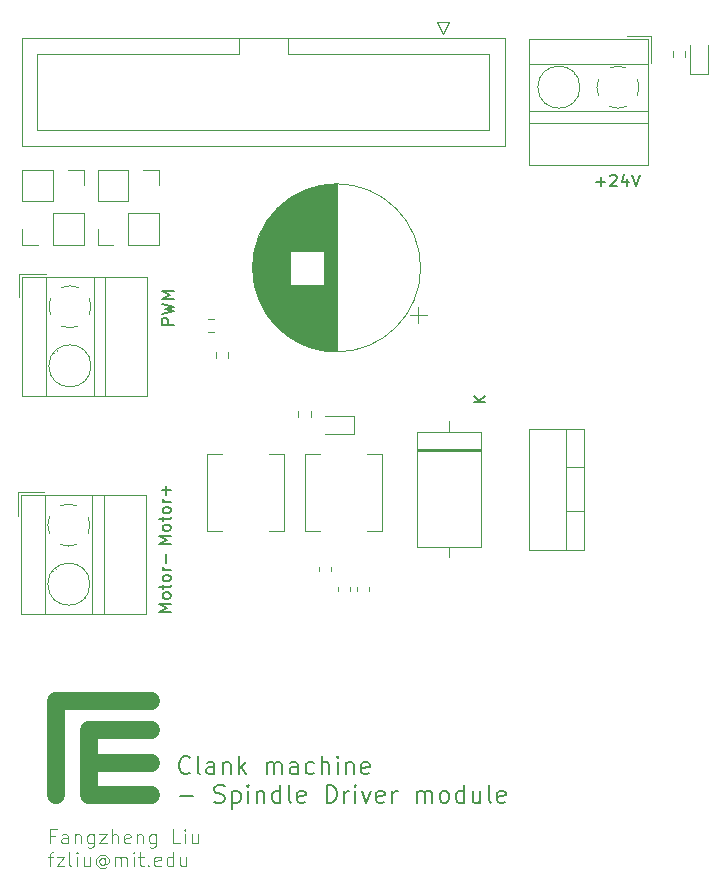
<source format=gbr>
%TF.GenerationSoftware,KiCad,Pcbnew,(6.0.0-0)*%
%TF.CreationDate,2023-01-16T12:55:46-05:00*%
%TF.ProjectId,Spindle_Driver,5370696e-646c-4655-9f44-72697665722e,rev?*%
%TF.SameCoordinates,Original*%
%TF.FileFunction,Legend,Top*%
%TF.FilePolarity,Positive*%
%FSLAX46Y46*%
G04 Gerber Fmt 4.6, Leading zero omitted, Abs format (unit mm)*
G04 Created by KiCad (PCBNEW (6.0.0-0)) date 2023-01-16 12:55:46*
%MOMM*%
%LPD*%
G01*
G04 APERTURE LIST*
%ADD10C,1.500000*%
%ADD11C,0.150000*%
%ADD12C,0.200000*%
%ADD13C,0.100000*%
%ADD14C,0.120000*%
G04 APERTURE END LIST*
D10*
X140000000Y-130000000D02*
X145250000Y-130000000D01*
X140000000Y-127250000D02*
X145250000Y-127250000D01*
X137250000Y-124750000D02*
X137250000Y-132750000D01*
X140000000Y-132750000D02*
X145250000Y-132750000D01*
X140000000Y-132750000D02*
X140000000Y-127250000D01*
X137250000Y-124750000D02*
X145250000Y-124750000D01*
D11*
X147202380Y-92904761D02*
X146202380Y-92904761D01*
X146202380Y-92523809D01*
X146250000Y-92428571D01*
X146297619Y-92380952D01*
X146392857Y-92333333D01*
X146535714Y-92333333D01*
X146630952Y-92380952D01*
X146678571Y-92428571D01*
X146726190Y-92523809D01*
X146726190Y-92904761D01*
X146202380Y-92000000D02*
X147202380Y-91761904D01*
X146488095Y-91571428D01*
X147202380Y-91380952D01*
X146202380Y-91142857D01*
X147202380Y-90761904D02*
X146202380Y-90761904D01*
X146916666Y-90428571D01*
X146202380Y-90095238D01*
X147202380Y-90095238D01*
D12*
X148594285Y-130828214D02*
X148522857Y-130899642D01*
X148308571Y-130971071D01*
X148165714Y-130971071D01*
X147951428Y-130899642D01*
X147808571Y-130756785D01*
X147737142Y-130613928D01*
X147665714Y-130328214D01*
X147665714Y-130113928D01*
X147737142Y-129828214D01*
X147808571Y-129685357D01*
X147951428Y-129542500D01*
X148165714Y-129471071D01*
X148308571Y-129471071D01*
X148522857Y-129542500D01*
X148594285Y-129613928D01*
X149451428Y-130971071D02*
X149308571Y-130899642D01*
X149237142Y-130756785D01*
X149237142Y-129471071D01*
X150665714Y-130971071D02*
X150665714Y-130185357D01*
X150594285Y-130042500D01*
X150451428Y-129971071D01*
X150165714Y-129971071D01*
X150022857Y-130042500D01*
X150665714Y-130899642D02*
X150522857Y-130971071D01*
X150165714Y-130971071D01*
X150022857Y-130899642D01*
X149951428Y-130756785D01*
X149951428Y-130613928D01*
X150022857Y-130471071D01*
X150165714Y-130399642D01*
X150522857Y-130399642D01*
X150665714Y-130328214D01*
X151380000Y-129971071D02*
X151380000Y-130971071D01*
X151380000Y-130113928D02*
X151451428Y-130042500D01*
X151594285Y-129971071D01*
X151808571Y-129971071D01*
X151951428Y-130042500D01*
X152022857Y-130185357D01*
X152022857Y-130971071D01*
X152737142Y-130971071D02*
X152737142Y-129471071D01*
X152880000Y-130399642D02*
X153308571Y-130971071D01*
X153308571Y-129971071D02*
X152737142Y-130542500D01*
X155094285Y-130971071D02*
X155094285Y-129971071D01*
X155094285Y-130113928D02*
X155165714Y-130042500D01*
X155308571Y-129971071D01*
X155522857Y-129971071D01*
X155665714Y-130042500D01*
X155737142Y-130185357D01*
X155737142Y-130971071D01*
X155737142Y-130185357D02*
X155808571Y-130042500D01*
X155951428Y-129971071D01*
X156165714Y-129971071D01*
X156308571Y-130042500D01*
X156380000Y-130185357D01*
X156380000Y-130971071D01*
X157737142Y-130971071D02*
X157737142Y-130185357D01*
X157665714Y-130042500D01*
X157522857Y-129971071D01*
X157237142Y-129971071D01*
X157094285Y-130042500D01*
X157737142Y-130899642D02*
X157594285Y-130971071D01*
X157237142Y-130971071D01*
X157094285Y-130899642D01*
X157022857Y-130756785D01*
X157022857Y-130613928D01*
X157094285Y-130471071D01*
X157237142Y-130399642D01*
X157594285Y-130399642D01*
X157737142Y-130328214D01*
X159094285Y-130899642D02*
X158951428Y-130971071D01*
X158665714Y-130971071D01*
X158522857Y-130899642D01*
X158451428Y-130828214D01*
X158380000Y-130685357D01*
X158380000Y-130256785D01*
X158451428Y-130113928D01*
X158522857Y-130042500D01*
X158665714Y-129971071D01*
X158951428Y-129971071D01*
X159094285Y-130042500D01*
X159737142Y-130971071D02*
X159737142Y-129471071D01*
X160380000Y-130971071D02*
X160380000Y-130185357D01*
X160308571Y-130042500D01*
X160165714Y-129971071D01*
X159951428Y-129971071D01*
X159808571Y-130042500D01*
X159737142Y-130113928D01*
X161094285Y-130971071D02*
X161094285Y-129971071D01*
X161094285Y-129471071D02*
X161022857Y-129542500D01*
X161094285Y-129613928D01*
X161165714Y-129542500D01*
X161094285Y-129471071D01*
X161094285Y-129613928D01*
X161808571Y-129971071D02*
X161808571Y-130971071D01*
X161808571Y-130113928D02*
X161880000Y-130042500D01*
X162022857Y-129971071D01*
X162237142Y-129971071D01*
X162380000Y-130042500D01*
X162451428Y-130185357D01*
X162451428Y-130971071D01*
X163737142Y-130899642D02*
X163594285Y-130971071D01*
X163308571Y-130971071D01*
X163165714Y-130899642D01*
X163094285Y-130756785D01*
X163094285Y-130185357D01*
X163165714Y-130042500D01*
X163308571Y-129971071D01*
X163594285Y-129971071D01*
X163737142Y-130042500D01*
X163808571Y-130185357D01*
X163808571Y-130328214D01*
X163094285Y-130471071D01*
X147737142Y-132814642D02*
X148880000Y-132814642D01*
X150665714Y-133314642D02*
X150880000Y-133386071D01*
X151237142Y-133386071D01*
X151380000Y-133314642D01*
X151451428Y-133243214D01*
X151522857Y-133100357D01*
X151522857Y-132957500D01*
X151451428Y-132814642D01*
X151380000Y-132743214D01*
X151237142Y-132671785D01*
X150951428Y-132600357D01*
X150808571Y-132528928D01*
X150737142Y-132457500D01*
X150665714Y-132314642D01*
X150665714Y-132171785D01*
X150737142Y-132028928D01*
X150808571Y-131957500D01*
X150951428Y-131886071D01*
X151308571Y-131886071D01*
X151522857Y-131957500D01*
X152165714Y-132386071D02*
X152165714Y-133886071D01*
X152165714Y-132457500D02*
X152308571Y-132386071D01*
X152594285Y-132386071D01*
X152737142Y-132457500D01*
X152808571Y-132528928D01*
X152880000Y-132671785D01*
X152880000Y-133100357D01*
X152808571Y-133243214D01*
X152737142Y-133314642D01*
X152594285Y-133386071D01*
X152308571Y-133386071D01*
X152165714Y-133314642D01*
X153522857Y-133386071D02*
X153522857Y-132386071D01*
X153522857Y-131886071D02*
X153451428Y-131957500D01*
X153522857Y-132028928D01*
X153594285Y-131957500D01*
X153522857Y-131886071D01*
X153522857Y-132028928D01*
X154237142Y-132386071D02*
X154237142Y-133386071D01*
X154237142Y-132528928D02*
X154308571Y-132457500D01*
X154451428Y-132386071D01*
X154665714Y-132386071D01*
X154808571Y-132457500D01*
X154880000Y-132600357D01*
X154880000Y-133386071D01*
X156237142Y-133386071D02*
X156237142Y-131886071D01*
X156237142Y-133314642D02*
X156094285Y-133386071D01*
X155808571Y-133386071D01*
X155665714Y-133314642D01*
X155594285Y-133243214D01*
X155522857Y-133100357D01*
X155522857Y-132671785D01*
X155594285Y-132528928D01*
X155665714Y-132457500D01*
X155808571Y-132386071D01*
X156094285Y-132386071D01*
X156237142Y-132457500D01*
X157165714Y-133386071D02*
X157022857Y-133314642D01*
X156951428Y-133171785D01*
X156951428Y-131886071D01*
X158308571Y-133314642D02*
X158165714Y-133386071D01*
X157880000Y-133386071D01*
X157737142Y-133314642D01*
X157665714Y-133171785D01*
X157665714Y-132600357D01*
X157737142Y-132457500D01*
X157880000Y-132386071D01*
X158165714Y-132386071D01*
X158308571Y-132457500D01*
X158380000Y-132600357D01*
X158380000Y-132743214D01*
X157665714Y-132886071D01*
X160165714Y-133386071D02*
X160165714Y-131886071D01*
X160522857Y-131886071D01*
X160737142Y-131957500D01*
X160880000Y-132100357D01*
X160951428Y-132243214D01*
X161022857Y-132528928D01*
X161022857Y-132743214D01*
X160951428Y-133028928D01*
X160880000Y-133171785D01*
X160737142Y-133314642D01*
X160522857Y-133386071D01*
X160165714Y-133386071D01*
X161665714Y-133386071D02*
X161665714Y-132386071D01*
X161665714Y-132671785D02*
X161737142Y-132528928D01*
X161808571Y-132457500D01*
X161951428Y-132386071D01*
X162094285Y-132386071D01*
X162594285Y-133386071D02*
X162594285Y-132386071D01*
X162594285Y-131886071D02*
X162522857Y-131957500D01*
X162594285Y-132028928D01*
X162665714Y-131957500D01*
X162594285Y-131886071D01*
X162594285Y-132028928D01*
X163165714Y-132386071D02*
X163522857Y-133386071D01*
X163880000Y-132386071D01*
X165022857Y-133314642D02*
X164880000Y-133386071D01*
X164594285Y-133386071D01*
X164451428Y-133314642D01*
X164380000Y-133171785D01*
X164380000Y-132600357D01*
X164451428Y-132457500D01*
X164594285Y-132386071D01*
X164880000Y-132386071D01*
X165022857Y-132457500D01*
X165094285Y-132600357D01*
X165094285Y-132743214D01*
X164380000Y-132886071D01*
X165737142Y-133386071D02*
X165737142Y-132386071D01*
X165737142Y-132671785D02*
X165808571Y-132528928D01*
X165880000Y-132457500D01*
X166022857Y-132386071D01*
X166165714Y-132386071D01*
X167808571Y-133386071D02*
X167808571Y-132386071D01*
X167808571Y-132528928D02*
X167880000Y-132457500D01*
X168022857Y-132386071D01*
X168237142Y-132386071D01*
X168380000Y-132457500D01*
X168451428Y-132600357D01*
X168451428Y-133386071D01*
X168451428Y-132600357D02*
X168522857Y-132457500D01*
X168665714Y-132386071D01*
X168880000Y-132386071D01*
X169022857Y-132457500D01*
X169094285Y-132600357D01*
X169094285Y-133386071D01*
X170022857Y-133386071D02*
X169880000Y-133314642D01*
X169808571Y-133243214D01*
X169737142Y-133100357D01*
X169737142Y-132671785D01*
X169808571Y-132528928D01*
X169880000Y-132457500D01*
X170022857Y-132386071D01*
X170237142Y-132386071D01*
X170380000Y-132457500D01*
X170451428Y-132528928D01*
X170522857Y-132671785D01*
X170522857Y-133100357D01*
X170451428Y-133243214D01*
X170380000Y-133314642D01*
X170237142Y-133386071D01*
X170022857Y-133386071D01*
X171808571Y-133386071D02*
X171808571Y-131886071D01*
X171808571Y-133314642D02*
X171665714Y-133386071D01*
X171380000Y-133386071D01*
X171237142Y-133314642D01*
X171165714Y-133243214D01*
X171094285Y-133100357D01*
X171094285Y-132671785D01*
X171165714Y-132528928D01*
X171237142Y-132457500D01*
X171380000Y-132386071D01*
X171665714Y-132386071D01*
X171808571Y-132457500D01*
X173165714Y-132386071D02*
X173165714Y-133386071D01*
X172522857Y-132386071D02*
X172522857Y-133171785D01*
X172594285Y-133314642D01*
X172737142Y-133386071D01*
X172951428Y-133386071D01*
X173094285Y-133314642D01*
X173165714Y-133243214D01*
X174094285Y-133386071D02*
X173951428Y-133314642D01*
X173880000Y-133171785D01*
X173880000Y-131886071D01*
X175237142Y-133314642D02*
X175094285Y-133386071D01*
X174808571Y-133386071D01*
X174665714Y-133314642D01*
X174594285Y-133171785D01*
X174594285Y-132600357D01*
X174665714Y-132457500D01*
X174808571Y-132386071D01*
X175094285Y-132386071D01*
X175237142Y-132457500D01*
X175308571Y-132600357D01*
X175308571Y-132743214D01*
X174594285Y-132886071D01*
D11*
X182988095Y-80821428D02*
X183750000Y-80821428D01*
X183369047Y-81202380D02*
X183369047Y-80440476D01*
X184178571Y-80297619D02*
X184226190Y-80250000D01*
X184321428Y-80202380D01*
X184559523Y-80202380D01*
X184654761Y-80250000D01*
X184702380Y-80297619D01*
X184750000Y-80392857D01*
X184750000Y-80488095D01*
X184702380Y-80630952D01*
X184130952Y-81202380D01*
X184750000Y-81202380D01*
X185607142Y-80535714D02*
X185607142Y-81202380D01*
X185369047Y-80154761D02*
X185130952Y-80869047D01*
X185750000Y-80869047D01*
X185988095Y-80202380D02*
X186321428Y-81202380D01*
X186654761Y-80202380D01*
D13*
X137125714Y-136198285D02*
X136725714Y-136198285D01*
X136725714Y-136826857D02*
X136725714Y-135626857D01*
X137297142Y-135626857D01*
X138268571Y-136826857D02*
X138268571Y-136198285D01*
X138211428Y-136084000D01*
X138097142Y-136026857D01*
X137868571Y-136026857D01*
X137754285Y-136084000D01*
X138268571Y-136769714D02*
X138154285Y-136826857D01*
X137868571Y-136826857D01*
X137754285Y-136769714D01*
X137697142Y-136655428D01*
X137697142Y-136541142D01*
X137754285Y-136426857D01*
X137868571Y-136369714D01*
X138154285Y-136369714D01*
X138268571Y-136312571D01*
X138840000Y-136026857D02*
X138840000Y-136826857D01*
X138840000Y-136141142D02*
X138897142Y-136084000D01*
X139011428Y-136026857D01*
X139182857Y-136026857D01*
X139297142Y-136084000D01*
X139354285Y-136198285D01*
X139354285Y-136826857D01*
X140440000Y-136026857D02*
X140440000Y-136998285D01*
X140382857Y-137112571D01*
X140325714Y-137169714D01*
X140211428Y-137226857D01*
X140040000Y-137226857D01*
X139925714Y-137169714D01*
X140440000Y-136769714D02*
X140325714Y-136826857D01*
X140097142Y-136826857D01*
X139982857Y-136769714D01*
X139925714Y-136712571D01*
X139868571Y-136598285D01*
X139868571Y-136255428D01*
X139925714Y-136141142D01*
X139982857Y-136084000D01*
X140097142Y-136026857D01*
X140325714Y-136026857D01*
X140440000Y-136084000D01*
X140897142Y-136026857D02*
X141525714Y-136026857D01*
X140897142Y-136826857D01*
X141525714Y-136826857D01*
X141982857Y-136826857D02*
X141982857Y-135626857D01*
X142497142Y-136826857D02*
X142497142Y-136198285D01*
X142440000Y-136084000D01*
X142325714Y-136026857D01*
X142154285Y-136026857D01*
X142040000Y-136084000D01*
X141982857Y-136141142D01*
X143525714Y-136769714D02*
X143411428Y-136826857D01*
X143182857Y-136826857D01*
X143068571Y-136769714D01*
X143011428Y-136655428D01*
X143011428Y-136198285D01*
X143068571Y-136084000D01*
X143182857Y-136026857D01*
X143411428Y-136026857D01*
X143525714Y-136084000D01*
X143582857Y-136198285D01*
X143582857Y-136312571D01*
X143011428Y-136426857D01*
X144097142Y-136026857D02*
X144097142Y-136826857D01*
X144097142Y-136141142D02*
X144154285Y-136084000D01*
X144268571Y-136026857D01*
X144440000Y-136026857D01*
X144554285Y-136084000D01*
X144611428Y-136198285D01*
X144611428Y-136826857D01*
X145697142Y-136026857D02*
X145697142Y-136998285D01*
X145640000Y-137112571D01*
X145582857Y-137169714D01*
X145468571Y-137226857D01*
X145297142Y-137226857D01*
X145182857Y-137169714D01*
X145697142Y-136769714D02*
X145582857Y-136826857D01*
X145354285Y-136826857D01*
X145240000Y-136769714D01*
X145182857Y-136712571D01*
X145125714Y-136598285D01*
X145125714Y-136255428D01*
X145182857Y-136141142D01*
X145240000Y-136084000D01*
X145354285Y-136026857D01*
X145582857Y-136026857D01*
X145697142Y-136084000D01*
X147754285Y-136826857D02*
X147182857Y-136826857D01*
X147182857Y-135626857D01*
X148154285Y-136826857D02*
X148154285Y-136026857D01*
X148154285Y-135626857D02*
X148097142Y-135684000D01*
X148154285Y-135741142D01*
X148211428Y-135684000D01*
X148154285Y-135626857D01*
X148154285Y-135741142D01*
X149240000Y-136026857D02*
X149240000Y-136826857D01*
X148725714Y-136026857D02*
X148725714Y-136655428D01*
X148782857Y-136769714D01*
X148897142Y-136826857D01*
X149068571Y-136826857D01*
X149182857Y-136769714D01*
X149240000Y-136712571D01*
X136554285Y-137958857D02*
X137011428Y-137958857D01*
X136725714Y-138758857D02*
X136725714Y-137730285D01*
X136782857Y-137616000D01*
X136897142Y-137558857D01*
X137011428Y-137558857D01*
X137297142Y-137958857D02*
X137925714Y-137958857D01*
X137297142Y-138758857D01*
X137925714Y-138758857D01*
X138554285Y-138758857D02*
X138440000Y-138701714D01*
X138382857Y-138587428D01*
X138382857Y-137558857D01*
X139011428Y-138758857D02*
X139011428Y-137958857D01*
X139011428Y-137558857D02*
X138954285Y-137616000D01*
X139011428Y-137673142D01*
X139068571Y-137616000D01*
X139011428Y-137558857D01*
X139011428Y-137673142D01*
X140097142Y-137958857D02*
X140097142Y-138758857D01*
X139582857Y-137958857D02*
X139582857Y-138587428D01*
X139640000Y-138701714D01*
X139754285Y-138758857D01*
X139925714Y-138758857D01*
X140040000Y-138701714D01*
X140097142Y-138644571D01*
X141411428Y-138187428D02*
X141354285Y-138130285D01*
X141240000Y-138073142D01*
X141125714Y-138073142D01*
X141011428Y-138130285D01*
X140954285Y-138187428D01*
X140897142Y-138301714D01*
X140897142Y-138416000D01*
X140954285Y-138530285D01*
X141011428Y-138587428D01*
X141125714Y-138644571D01*
X141240000Y-138644571D01*
X141354285Y-138587428D01*
X141411428Y-138530285D01*
X141411428Y-138073142D02*
X141411428Y-138530285D01*
X141468571Y-138587428D01*
X141525714Y-138587428D01*
X141640000Y-138530285D01*
X141697142Y-138416000D01*
X141697142Y-138130285D01*
X141582857Y-137958857D01*
X141411428Y-137844571D01*
X141182857Y-137787428D01*
X140954285Y-137844571D01*
X140782857Y-137958857D01*
X140668571Y-138130285D01*
X140611428Y-138358857D01*
X140668571Y-138587428D01*
X140782857Y-138758857D01*
X140954285Y-138873142D01*
X141182857Y-138930285D01*
X141411428Y-138873142D01*
X141582857Y-138758857D01*
X142211428Y-138758857D02*
X142211428Y-137958857D01*
X142211428Y-138073142D02*
X142268571Y-138016000D01*
X142382857Y-137958857D01*
X142554285Y-137958857D01*
X142668571Y-138016000D01*
X142725714Y-138130285D01*
X142725714Y-138758857D01*
X142725714Y-138130285D02*
X142782857Y-138016000D01*
X142897142Y-137958857D01*
X143068571Y-137958857D01*
X143182857Y-138016000D01*
X143240000Y-138130285D01*
X143240000Y-138758857D01*
X143811428Y-138758857D02*
X143811428Y-137958857D01*
X143811428Y-137558857D02*
X143754285Y-137616000D01*
X143811428Y-137673142D01*
X143868571Y-137616000D01*
X143811428Y-137558857D01*
X143811428Y-137673142D01*
X144211428Y-137958857D02*
X144668571Y-137958857D01*
X144382857Y-137558857D02*
X144382857Y-138587428D01*
X144440000Y-138701714D01*
X144554285Y-138758857D01*
X144668571Y-138758857D01*
X145068571Y-138644571D02*
X145125714Y-138701714D01*
X145068571Y-138758857D01*
X145011428Y-138701714D01*
X145068571Y-138644571D01*
X145068571Y-138758857D01*
X146097142Y-138701714D02*
X145982857Y-138758857D01*
X145754285Y-138758857D01*
X145640000Y-138701714D01*
X145582857Y-138587428D01*
X145582857Y-138130285D01*
X145640000Y-138016000D01*
X145754285Y-137958857D01*
X145982857Y-137958857D01*
X146097142Y-138016000D01*
X146154285Y-138130285D01*
X146154285Y-138244571D01*
X145582857Y-138358857D01*
X147182857Y-138758857D02*
X147182857Y-137558857D01*
X147182857Y-138701714D02*
X147068571Y-138758857D01*
X146840000Y-138758857D01*
X146725714Y-138701714D01*
X146668571Y-138644571D01*
X146611428Y-138530285D01*
X146611428Y-138187428D01*
X146668571Y-138073142D01*
X146725714Y-138016000D01*
X146840000Y-137958857D01*
X147068571Y-137958857D01*
X147182857Y-138016000D01*
X148268571Y-137958857D02*
X148268571Y-138758857D01*
X147754285Y-137958857D02*
X147754285Y-138587428D01*
X147811428Y-138701714D01*
X147925714Y-138758857D01*
X148097142Y-138758857D01*
X148211428Y-138701714D01*
X148268571Y-138644571D01*
D11*
X146952380Y-111452380D02*
X145952380Y-111452380D01*
X146666666Y-111119047D01*
X145952380Y-110785714D01*
X146952380Y-110785714D01*
X146952380Y-110166666D02*
X146904761Y-110261904D01*
X146857142Y-110309523D01*
X146761904Y-110357142D01*
X146476190Y-110357142D01*
X146380952Y-110309523D01*
X146333333Y-110261904D01*
X146285714Y-110166666D01*
X146285714Y-110023809D01*
X146333333Y-109928571D01*
X146380952Y-109880952D01*
X146476190Y-109833333D01*
X146761904Y-109833333D01*
X146857142Y-109880952D01*
X146904761Y-109928571D01*
X146952380Y-110023809D01*
X146952380Y-110166666D01*
X146285714Y-109547619D02*
X146285714Y-109166666D01*
X145952380Y-109404761D02*
X146809523Y-109404761D01*
X146904761Y-109357142D01*
X146952380Y-109261904D01*
X146952380Y-109166666D01*
X146952380Y-108690476D02*
X146904761Y-108785714D01*
X146857142Y-108833333D01*
X146761904Y-108880952D01*
X146476190Y-108880952D01*
X146380952Y-108833333D01*
X146333333Y-108785714D01*
X146285714Y-108690476D01*
X146285714Y-108547619D01*
X146333333Y-108452380D01*
X146380952Y-108404761D01*
X146476190Y-108357142D01*
X146761904Y-108357142D01*
X146857142Y-108404761D01*
X146904761Y-108452380D01*
X146952380Y-108547619D01*
X146952380Y-108690476D01*
X146952380Y-107928571D02*
X146285714Y-107928571D01*
X146476190Y-107928571D02*
X146380952Y-107880952D01*
X146333333Y-107833333D01*
X146285714Y-107738095D01*
X146285714Y-107642857D01*
X146571428Y-107309523D02*
X146571428Y-106547619D01*
X146952380Y-106928571D02*
X146190476Y-106928571D01*
X146952380Y-117202380D02*
X145952380Y-117202380D01*
X146666666Y-116869047D01*
X145952380Y-116535714D01*
X146952380Y-116535714D01*
X146952380Y-115916666D02*
X146904761Y-116011904D01*
X146857142Y-116059523D01*
X146761904Y-116107142D01*
X146476190Y-116107142D01*
X146380952Y-116059523D01*
X146333333Y-116011904D01*
X146285714Y-115916666D01*
X146285714Y-115773809D01*
X146333333Y-115678571D01*
X146380952Y-115630952D01*
X146476190Y-115583333D01*
X146761904Y-115583333D01*
X146857142Y-115630952D01*
X146904761Y-115678571D01*
X146952380Y-115773809D01*
X146952380Y-115916666D01*
X146285714Y-115297619D02*
X146285714Y-114916666D01*
X145952380Y-115154761D02*
X146809523Y-115154761D01*
X146904761Y-115107142D01*
X146952380Y-115011904D01*
X146952380Y-114916666D01*
X146952380Y-114440476D02*
X146904761Y-114535714D01*
X146857142Y-114583333D01*
X146761904Y-114630952D01*
X146476190Y-114630952D01*
X146380952Y-114583333D01*
X146333333Y-114535714D01*
X146285714Y-114440476D01*
X146285714Y-114297619D01*
X146333333Y-114202380D01*
X146380952Y-114154761D01*
X146476190Y-114107142D01*
X146761904Y-114107142D01*
X146857142Y-114154761D01*
X146904761Y-114202380D01*
X146952380Y-114297619D01*
X146952380Y-114440476D01*
X146952380Y-113678571D02*
X146285714Y-113678571D01*
X146476190Y-113678571D02*
X146380952Y-113630952D01*
X146333333Y-113583333D01*
X146285714Y-113488095D01*
X146285714Y-113392857D01*
X146571428Y-113059523D02*
X146571428Y-112297619D01*
%TO.C,D1*%
X173597380Y-99481904D02*
X172597380Y-99481904D01*
X173597380Y-98910476D02*
X173025952Y-99339047D01*
X172597380Y-98910476D02*
X173168809Y-99481904D01*
D14*
%TO.C,D3*%
X192435000Y-71660000D02*
X192435000Y-69200000D01*
X190965000Y-71660000D02*
X192435000Y-71660000D01*
X190965000Y-69200000D02*
X190965000Y-71660000D01*
%TO.C,C1*%
X155359000Y-92406000D02*
X155359000Y-83794000D01*
X160159000Y-95131000D02*
X160159000Y-81069000D01*
X155959000Y-93090000D02*
X155959000Y-83110000D01*
X157279000Y-86660000D02*
X157279000Y-82069000D01*
X155119000Y-92075000D02*
X155119000Y-84125000D01*
X158839000Y-94845000D02*
X158839000Y-89540000D01*
X159279000Y-86660000D02*
X159279000Y-81230000D01*
X157399000Y-94203000D02*
X157399000Y-89540000D01*
X154239000Y-90296000D02*
X154239000Y-85904000D01*
X160039000Y-95115000D02*
X160039000Y-81085000D01*
X158879000Y-86660000D02*
X158879000Y-81342000D01*
X159319000Y-86660000D02*
X159319000Y-81221000D01*
X154479000Y-90921000D02*
X154479000Y-85279000D01*
X159759000Y-95072000D02*
X159759000Y-89540000D01*
X157879000Y-86660000D02*
X157879000Y-81740000D01*
X159119000Y-94928000D02*
X159119000Y-89540000D01*
X159079000Y-86660000D02*
X159079000Y-81283000D01*
X158519000Y-86660000D02*
X158519000Y-81465000D01*
X158719000Y-86660000D02*
X158719000Y-81394000D01*
X159599000Y-95042000D02*
X159599000Y-89540000D01*
X160480000Y-95161000D02*
X160480000Y-81039000D01*
X158559000Y-86660000D02*
X158559000Y-81451000D01*
X159959000Y-95104000D02*
X159959000Y-81096000D01*
X158479000Y-86660000D02*
X158479000Y-81480000D01*
X155519000Y-92606000D02*
X155519000Y-83594000D01*
X155239000Y-92246000D02*
X155239000Y-83954000D01*
X158519000Y-94735000D02*
X158519000Y-89540000D01*
X154759000Y-91489000D02*
X154759000Y-84711000D01*
X156879000Y-93867000D02*
X156879000Y-82333000D01*
X158839000Y-86660000D02*
X158839000Y-81355000D01*
X158679000Y-86660000D02*
X158679000Y-81408000D01*
X155759000Y-92881000D02*
X155759000Y-83319000D01*
X156119000Y-93245000D02*
X156119000Y-82955000D01*
X157919000Y-94480000D02*
X157919000Y-89540000D01*
X160640000Y-95171000D02*
X160640000Y-81029000D01*
X159199000Y-94949000D02*
X159199000Y-89540000D01*
X157079000Y-86660000D02*
X157079000Y-82196000D01*
X156279000Y-93391000D02*
X156279000Y-82809000D01*
X154599000Y-91180000D02*
X154599000Y-85020000D01*
X158359000Y-86660000D02*
X158359000Y-81527000D01*
X159159000Y-86660000D02*
X159159000Y-81261000D01*
X154879000Y-91699000D02*
X154879000Y-84501000D01*
X154199000Y-90171000D02*
X154199000Y-86029000D01*
X159639000Y-95049000D02*
X159639000Y-89540000D01*
X153999000Y-89362000D02*
X153999000Y-86838000D01*
X160800000Y-95178000D02*
X160800000Y-81022000D01*
X159239000Y-94960000D02*
X159239000Y-89540000D01*
X158759000Y-86660000D02*
X158759000Y-81381000D01*
X157599000Y-86660000D02*
X157599000Y-81884000D01*
X155719000Y-92837000D02*
X155719000Y-83363000D01*
X158279000Y-94640000D02*
X158279000Y-89540000D01*
X157199000Y-94082000D02*
X157199000Y-89540000D01*
X154799000Y-91561000D02*
X154799000Y-84639000D01*
X157879000Y-94460000D02*
X157879000Y-89540000D01*
X158559000Y-94749000D02*
X158559000Y-89540000D01*
X155079000Y-92016000D02*
X155079000Y-84184000D01*
X157559000Y-86660000D02*
X157559000Y-81906000D01*
X158399000Y-94689000D02*
X158399000Y-89540000D01*
X159039000Y-86660000D02*
X159039000Y-81295000D01*
X156559000Y-93627000D02*
X156559000Y-82573000D01*
X154559000Y-91097000D02*
X154559000Y-85103000D01*
X159239000Y-86660000D02*
X159239000Y-81240000D01*
X158679000Y-94792000D02*
X158679000Y-89540000D01*
X153959000Y-89125000D02*
X153959000Y-87075000D01*
X159879000Y-86660000D02*
X159879000Y-81108000D01*
X157079000Y-94004000D02*
X157079000Y-89540000D01*
X156039000Y-93169000D02*
X156039000Y-83031000D01*
X159679000Y-86660000D02*
X159679000Y-81143000D01*
X159879000Y-95092000D02*
X159879000Y-89540000D01*
X154959000Y-91830000D02*
X154959000Y-84370000D01*
X154079000Y-89736000D02*
X154079000Y-86464000D01*
X168619543Y-92095000D02*
X167219543Y-92095000D01*
X155679000Y-92793000D02*
X155679000Y-83407000D01*
X159559000Y-86660000D02*
X159559000Y-81167000D01*
X158639000Y-86660000D02*
X158639000Y-81422000D01*
X155559000Y-92654000D02*
X155559000Y-83546000D01*
X160320000Y-95148000D02*
X160320000Y-81052000D01*
X157599000Y-94316000D02*
X157599000Y-89540000D01*
X159359000Y-94989000D02*
X159359000Y-89540000D01*
X157239000Y-86660000D02*
X157239000Y-82093000D01*
X160440000Y-95158000D02*
X160440000Y-81042000D01*
X160720000Y-95175000D02*
X160720000Y-81025000D01*
X157559000Y-94294000D02*
X157559000Y-89540000D01*
X159479000Y-95016000D02*
X159479000Y-89540000D01*
X159759000Y-86660000D02*
X159759000Y-81128000D01*
X157159000Y-86660000D02*
X157159000Y-82144000D01*
X160760000Y-95176000D02*
X160760000Y-81024000D01*
X160600000Y-95169000D02*
X160600000Y-81031000D01*
X155799000Y-92924000D02*
X155799000Y-83276000D01*
X157439000Y-94227000D02*
X157439000Y-89540000D01*
X156079000Y-93207000D02*
X156079000Y-82993000D01*
X160360000Y-95152000D02*
X160360000Y-81048000D01*
X157519000Y-94272000D02*
X157519000Y-89540000D01*
X158239000Y-94624000D02*
X158239000Y-89540000D01*
X154279000Y-90413000D02*
X154279000Y-85787000D01*
X156759000Y-93780000D02*
X156759000Y-82420000D01*
X160840000Y-95179000D02*
X160840000Y-81021000D01*
X160680000Y-95173000D02*
X160680000Y-81027000D01*
X157959000Y-94499000D02*
X157959000Y-89540000D01*
X158199000Y-94607000D02*
X158199000Y-89540000D01*
X156319000Y-93426000D02*
X156319000Y-82774000D01*
X157959000Y-86660000D02*
X157959000Y-81701000D01*
X154999000Y-91894000D02*
X154999000Y-84306000D01*
X158039000Y-86660000D02*
X158039000Y-81664000D01*
X157839000Y-86660000D02*
X157839000Y-81759000D01*
X157239000Y-94107000D02*
X157239000Y-89540000D01*
X159679000Y-95057000D02*
X159679000Y-89540000D01*
X155199000Y-92190000D02*
X155199000Y-84010000D01*
X160079000Y-95121000D02*
X160079000Y-81079000D01*
X154319000Y-90525000D02*
X154319000Y-85675000D01*
X159599000Y-86660000D02*
X159599000Y-81158000D01*
X157799000Y-86660000D02*
X157799000Y-81779000D01*
X156839000Y-93839000D02*
X156839000Y-82361000D01*
X158919000Y-86660000D02*
X158919000Y-81330000D01*
X158959000Y-86660000D02*
X158959000Y-81318000D01*
X158319000Y-86660000D02*
X158319000Y-81543000D01*
X159359000Y-86660000D02*
X159359000Y-81211000D01*
X158079000Y-86660000D02*
X158079000Y-81646000D01*
X157439000Y-86660000D02*
X157439000Y-81973000D01*
X155599000Y-92701000D02*
X155599000Y-83499000D01*
X154519000Y-91011000D02*
X154519000Y-85189000D01*
X158319000Y-94657000D02*
X158319000Y-89540000D01*
X157839000Y-94441000D02*
X157839000Y-89540000D01*
X157319000Y-94156000D02*
X157319000Y-89540000D01*
X158599000Y-94764000D02*
X158599000Y-89540000D01*
X160560000Y-95167000D02*
X160560000Y-81033000D01*
X155879000Y-93008000D02*
X155879000Y-83192000D01*
X156399000Y-93495000D02*
X156399000Y-82705000D01*
X157919000Y-86660000D02*
X157919000Y-81720000D01*
X160199000Y-95135000D02*
X160199000Y-81065000D01*
X155399000Y-92458000D02*
X155399000Y-83742000D01*
X159199000Y-86660000D02*
X159199000Y-81251000D01*
X159439000Y-95007000D02*
X159439000Y-89540000D01*
X159719000Y-86660000D02*
X159719000Y-81136000D01*
X154039000Y-89561000D02*
X154039000Y-86639000D01*
X158799000Y-94832000D02*
X158799000Y-89540000D01*
X158199000Y-86660000D02*
X158199000Y-81593000D01*
X158879000Y-94858000D02*
X158879000Y-89540000D01*
X157119000Y-94030000D02*
X157119000Y-89540000D01*
X157639000Y-86660000D02*
X157639000Y-81862000D01*
X158079000Y-94554000D02*
X158079000Y-89540000D01*
X161000000Y-95180000D02*
X161000000Y-81020000D01*
X154159000Y-90038000D02*
X154159000Y-86162000D01*
X158999000Y-86660000D02*
X158999000Y-81306000D01*
X158719000Y-94806000D02*
X158719000Y-89540000D01*
X156599000Y-93658000D02*
X156599000Y-82542000D01*
X159119000Y-86660000D02*
X159119000Y-81272000D01*
X156679000Y-93720000D02*
X156679000Y-82480000D01*
X160400000Y-95155000D02*
X160400000Y-81045000D01*
X154719000Y-91415000D02*
X154719000Y-84785000D01*
X158439000Y-94704000D02*
X158439000Y-89540000D01*
X159719000Y-95064000D02*
X159719000Y-89540000D01*
X156719000Y-93750000D02*
X156719000Y-82450000D01*
X157799000Y-94421000D02*
X157799000Y-89540000D01*
X155999000Y-93129000D02*
X155999000Y-83071000D01*
X158439000Y-86660000D02*
X158439000Y-81496000D01*
X158639000Y-94778000D02*
X158639000Y-89540000D01*
X157999000Y-86660000D02*
X157999000Y-81682000D01*
X155279000Y-92300000D02*
X155279000Y-83900000D01*
X158799000Y-86660000D02*
X158799000Y-81368000D01*
X159159000Y-94939000D02*
X159159000Y-89540000D01*
X160520000Y-95164000D02*
X160520000Y-81036000D01*
X160880000Y-95179000D02*
X160880000Y-81021000D01*
X159919000Y-86660000D02*
X159919000Y-81102000D01*
X156439000Y-93529000D02*
X156439000Y-82671000D01*
X156519000Y-93594000D02*
X156519000Y-82606000D01*
X157999000Y-94518000D02*
X157999000Y-89540000D01*
X157719000Y-86660000D02*
X157719000Y-81820000D01*
X156239000Y-93355000D02*
X156239000Y-82845000D01*
X158919000Y-94870000D02*
X158919000Y-89540000D01*
X158239000Y-86660000D02*
X158239000Y-81576000D01*
X157759000Y-86660000D02*
X157759000Y-81799000D01*
X157119000Y-86660000D02*
X157119000Y-82170000D01*
X154919000Y-91766000D02*
X154919000Y-84434000D01*
X156639000Y-93689000D02*
X156639000Y-82511000D01*
X154839000Y-91631000D02*
X154839000Y-84569000D01*
X158359000Y-94673000D02*
X158359000Y-89540000D01*
X155479000Y-92558000D02*
X155479000Y-83642000D01*
X158479000Y-94720000D02*
X158479000Y-89540000D01*
X157319000Y-86660000D02*
X157319000Y-82044000D01*
X156959000Y-93923000D02*
X156959000Y-82277000D01*
X156999000Y-93951000D02*
X156999000Y-82249000D01*
X157039000Y-93978000D02*
X157039000Y-82222000D01*
X158039000Y-94536000D02*
X158039000Y-89540000D01*
X157359000Y-94180000D02*
X157359000Y-89540000D01*
X158279000Y-86660000D02*
X158279000Y-81560000D01*
X159399000Y-94998000D02*
X159399000Y-89540000D01*
X155839000Y-92966000D02*
X155839000Y-83234000D01*
X160279000Y-95144000D02*
X160279000Y-81056000D01*
X154439000Y-90828000D02*
X154439000Y-85372000D01*
X158159000Y-86660000D02*
X158159000Y-81610000D01*
X157199000Y-86660000D02*
X157199000Y-82118000D01*
X155919000Y-93049000D02*
X155919000Y-83151000D01*
X155159000Y-92133000D02*
X155159000Y-84067000D01*
X157359000Y-86660000D02*
X157359000Y-82020000D01*
X159839000Y-95085000D02*
X159839000Y-89540000D01*
X159519000Y-95025000D02*
X159519000Y-89540000D01*
X158759000Y-94819000D02*
X158759000Y-89540000D01*
X159799000Y-95079000D02*
X159799000Y-89540000D01*
X159559000Y-95033000D02*
X159559000Y-89540000D01*
X156359000Y-93461000D02*
X156359000Y-82739000D01*
X167919543Y-92795000D02*
X167919543Y-91395000D01*
X157159000Y-94056000D02*
X157159000Y-89540000D01*
X159519000Y-86660000D02*
X159519000Y-81175000D01*
X156919000Y-93896000D02*
X156919000Y-82304000D01*
X155319000Y-92354000D02*
X155319000Y-83846000D01*
X158999000Y-94894000D02*
X158999000Y-89540000D01*
X154119000Y-89894000D02*
X154119000Y-86306000D01*
X155039000Y-91956000D02*
X155039000Y-84244000D01*
X160920000Y-95180000D02*
X160920000Y-81020000D01*
X155639000Y-92747000D02*
X155639000Y-83453000D01*
X159839000Y-86660000D02*
X159839000Y-81115000D01*
X154679000Y-91340000D02*
X154679000Y-84860000D01*
X157279000Y-94131000D02*
X157279000Y-89540000D01*
X154399000Y-90732000D02*
X154399000Y-85468000D01*
X157759000Y-94401000D02*
X157759000Y-89540000D01*
X157479000Y-86660000D02*
X157479000Y-81950000D01*
X160119000Y-95126000D02*
X160119000Y-81074000D01*
X159919000Y-95098000D02*
X159919000Y-89540000D01*
X156159000Y-93282000D02*
X156159000Y-82918000D01*
X159039000Y-94905000D02*
X159039000Y-89540000D01*
X157519000Y-86660000D02*
X157519000Y-81928000D01*
X156199000Y-93319000D02*
X156199000Y-82881000D01*
X158159000Y-94590000D02*
X158159000Y-89540000D01*
X159079000Y-94917000D02*
X159079000Y-89540000D01*
X157479000Y-94250000D02*
X157479000Y-89540000D01*
X158959000Y-94882000D02*
X158959000Y-89540000D01*
X160239000Y-95140000D02*
X160239000Y-81060000D01*
X156479000Y-93562000D02*
X156479000Y-82638000D01*
X157679000Y-86660000D02*
X157679000Y-81841000D01*
X158119000Y-94572000D02*
X158119000Y-89540000D01*
X157399000Y-86660000D02*
X157399000Y-81997000D01*
X158599000Y-86660000D02*
X158599000Y-81436000D01*
X159319000Y-94979000D02*
X159319000Y-89540000D01*
X154359000Y-90630000D02*
X154359000Y-85570000D01*
X159279000Y-94970000D02*
X159279000Y-89540000D01*
X159439000Y-86660000D02*
X159439000Y-81193000D01*
X159639000Y-86660000D02*
X159639000Y-81151000D01*
X154639000Y-91261000D02*
X154639000Y-84939000D01*
X158119000Y-86660000D02*
X158119000Y-81628000D01*
X156799000Y-93810000D02*
X156799000Y-82390000D01*
X155439000Y-92508000D02*
X155439000Y-83692000D01*
X158399000Y-86660000D02*
X158399000Y-81511000D01*
X157719000Y-94380000D02*
X157719000Y-89540000D01*
X159799000Y-86660000D02*
X159799000Y-81121000D01*
X157679000Y-94359000D02*
X157679000Y-89540000D01*
X157639000Y-94338000D02*
X157639000Y-89540000D01*
X159479000Y-86660000D02*
X159479000Y-81184000D01*
X160960000Y-95180000D02*
X160960000Y-81020000D01*
X159999000Y-95110000D02*
X159999000Y-81090000D01*
X159399000Y-86660000D02*
X159399000Y-81202000D01*
X153919000Y-88814000D02*
X153919000Y-87386000D01*
X168120000Y-88100000D02*
G75*
G03*
X168120000Y-88100000I-7120000J0D01*
G01*
%TO.C,L2*%
X158350000Y-110350000D02*
X159600000Y-110350000D01*
X163600000Y-103850000D02*
X164850000Y-103850000D01*
X164850000Y-103850000D02*
X164850000Y-110350000D01*
X164850000Y-110350000D02*
X163600000Y-110350000D01*
X159600000Y-103850000D02*
X158350000Y-103850000D01*
X158350000Y-103850000D02*
X158350000Y-110350000D01*
%TO.C,J5*%
X143380000Y-82440000D02*
X140780000Y-82440000D01*
X145980000Y-79780000D02*
X145980000Y-81110000D01*
X140780000Y-79780000D02*
X140780000Y-82440000D01*
X143380000Y-79780000D02*
X143380000Y-82440000D01*
X144650000Y-79780000D02*
X145980000Y-79780000D01*
X143380000Y-79780000D02*
X140780000Y-79780000D01*
%TO.C,L1*%
X151300000Y-103850000D02*
X150050000Y-103850000D01*
X155300000Y-103850000D02*
X156550000Y-103850000D01*
X150050000Y-103850000D02*
X150050000Y-110350000D01*
X150050000Y-110350000D02*
X151300000Y-110350000D01*
X156550000Y-110350000D02*
X155300000Y-110350000D01*
X156550000Y-103850000D02*
X156550000Y-110350000D01*
%TO.C,J4*%
X134270000Y-107320000D02*
X134270000Y-117440000D01*
X139463000Y-116230000D02*
X139413000Y-116181000D01*
X141330000Y-107320000D02*
X141330000Y-117440000D01*
X134030000Y-107080000D02*
X134030000Y-109080000D01*
X144890000Y-117440000D02*
X134270000Y-117440000D01*
X137005000Y-113772000D02*
X136980000Y-113748000D01*
X136270000Y-107080000D02*
X134030000Y-107080000D01*
X140330000Y-107320000D02*
X140330000Y-117440000D01*
X144890000Y-107320000D02*
X134270000Y-107320000D01*
X137247000Y-113580000D02*
X137197000Y-113530000D01*
X136330000Y-107320000D02*
X136330000Y-117440000D01*
X139680000Y-116013000D02*
X139656000Y-115988000D01*
X144890000Y-107320000D02*
X144890000Y-117440000D01*
X136550000Y-109880000D02*
G75*
G03*
X136691501Y-110575501I1780002J0D01*
G01*
X139969000Y-110576000D02*
G75*
G03*
X139969206Y-109184484I-1638995J696001D01*
G01*
X137634000Y-111519000D02*
G75*
G03*
X139025516Y-111519206I696001J1638995D01*
G01*
X136691000Y-109184000D02*
G75*
G03*
X136549610Y-109910814I1638986J-695998D01*
G01*
X139026000Y-108241000D02*
G75*
G03*
X137634484Y-108240794I-696001J-1638995D01*
G01*
X140110000Y-114880000D02*
G75*
G03*
X140110000Y-114880000I-1780000J0D01*
G01*
%TO.C,J9*%
X135725000Y-86130000D02*
X134395000Y-86130000D01*
X136995000Y-86130000D02*
X136995000Y-83470000D01*
X134395000Y-86130000D02*
X134395000Y-84800000D01*
X136995000Y-86130000D02*
X139595000Y-86130000D01*
X139595000Y-86130000D02*
X139595000Y-83470000D01*
X136995000Y-83470000D02*
X139595000Y-83470000D01*
%TO.C,C4*%
X162110000Y-115153733D02*
X162110000Y-115446267D01*
X161090000Y-115153733D02*
X161090000Y-115446267D01*
%TO.C,J6*%
X140770000Y-86130000D02*
X140770000Y-84800000D01*
X145970000Y-86130000D02*
X145970000Y-83470000D01*
X143370000Y-86130000D02*
X145970000Y-86130000D01*
X143370000Y-86130000D02*
X143370000Y-83470000D01*
X142100000Y-86130000D02*
X140770000Y-86130000D01*
X143370000Y-83470000D02*
X145970000Y-83470000D01*
%TO.C,R2*%
X150145276Y-92467500D02*
X150654724Y-92467500D01*
X150145276Y-93512500D02*
X150654724Y-93512500D01*
%TO.C,J3*%
X134365000Y-88840000D02*
X134365000Y-98960000D01*
X134125000Y-88600000D02*
X134125000Y-90600000D01*
X141425000Y-88840000D02*
X141425000Y-98960000D01*
X137342000Y-95100000D02*
X137292000Y-95050000D01*
X144985000Y-98960000D02*
X134365000Y-98960000D01*
X136425000Y-88840000D02*
X136425000Y-98960000D01*
X144985000Y-88840000D02*
X134365000Y-88840000D01*
X136365000Y-88600000D02*
X134125000Y-88600000D01*
X139558000Y-97750000D02*
X139508000Y-97701000D01*
X140425000Y-88840000D02*
X140425000Y-98960000D01*
X139775000Y-97533000D02*
X139751000Y-97508000D01*
X144985000Y-88840000D02*
X144985000Y-98960000D01*
X137100000Y-95292000D02*
X137075000Y-95268000D01*
X139121000Y-89761000D02*
G75*
G03*
X137729484Y-89760794I-696001J-1638995D01*
G01*
X136645000Y-91400000D02*
G75*
G03*
X136786501Y-92095501I1780002J0D01*
G01*
X137729000Y-93039000D02*
G75*
G03*
X139120516Y-93039206I696001J1638995D01*
G01*
X140064000Y-92096000D02*
G75*
G03*
X140064206Y-90704484I-1638995J696001D01*
G01*
X136786000Y-90704000D02*
G75*
G03*
X136644610Y-91430814I1638986J-695998D01*
G01*
X140205000Y-96400000D02*
G75*
G03*
X140205000Y-96400000I-1780000J0D01*
G01*
%TO.C,D2*%
X162445000Y-100675000D02*
X159985000Y-100675000D01*
X159985000Y-102145000D02*
X162445000Y-102145000D01*
X162445000Y-102145000D02*
X162445000Y-100675000D01*
%TO.C,R1*%
X157777500Y-100754724D02*
X157777500Y-100245276D01*
X158822500Y-100754724D02*
X158822500Y-100245276D01*
%TO.C,J7*%
X137005000Y-79780000D02*
X137005000Y-82440000D01*
X137005000Y-79780000D02*
X134405000Y-79780000D01*
X137005000Y-82440000D02*
X134405000Y-82440000D01*
X138275000Y-79780000D02*
X139605000Y-79780000D01*
X139605000Y-79780000D02*
X139605000Y-81110000D01*
X134405000Y-79780000D02*
X134405000Y-82440000D01*
%TO.C,D1*%
X173265000Y-103395000D02*
X167825000Y-103395000D01*
X167825000Y-111710000D02*
X173265000Y-111710000D01*
X173265000Y-101970000D02*
X167825000Y-101970000D01*
X173265000Y-111710000D02*
X173265000Y-101970000D01*
X173265000Y-103515000D02*
X167825000Y-103515000D01*
X170545000Y-101060000D02*
X170545000Y-101970000D01*
X167825000Y-101970000D02*
X167825000Y-111710000D01*
X170545000Y-112620000D02*
X170545000Y-111710000D01*
X173265000Y-103635000D02*
X167825000Y-103635000D01*
%TO.C,Q1*%
X181970000Y-101720000D02*
X181970000Y-111960000D01*
X180460000Y-101720000D02*
X180460000Y-111960000D01*
X181970000Y-111960000D02*
X177329000Y-111960000D01*
X177329000Y-101720000D02*
X177329000Y-111960000D01*
X181970000Y-101720000D02*
X177329000Y-101720000D01*
X181970000Y-108691000D02*
X180460000Y-108691000D01*
X181970000Y-104990000D02*
X180460000Y-104990000D01*
%TO.C,R3*%
X151827500Y-95754724D02*
X151827500Y-95245276D01*
X150782500Y-95754724D02*
X150782500Y-95245276D01*
%TO.C,J8*%
X175250000Y-68657500D02*
X175250000Y-77777500D01*
X173950000Y-69967500D02*
X173950000Y-76467500D01*
X175250000Y-77777500D02*
X134350000Y-77777500D01*
X170040000Y-68267500D02*
X170540000Y-67267500D01*
X156850000Y-68657500D02*
X156850000Y-69967500D01*
X152750000Y-69967500D02*
X152750000Y-68657500D01*
X156850000Y-69967500D02*
X173950000Y-69967500D01*
X134350000Y-68657500D02*
X175250000Y-68657500D01*
X152750000Y-69967500D02*
X152750000Y-69967500D01*
X173950000Y-76467500D02*
X135650000Y-76467500D01*
X169540000Y-67267500D02*
X170040000Y-68267500D01*
X135650000Y-69967500D02*
X152750000Y-69967500D01*
X134350000Y-77777500D02*
X134350000Y-68657500D01*
X170540000Y-67267500D02*
X169540000Y-67267500D01*
X135650000Y-76467500D02*
X135650000Y-69967500D01*
%TO.C,C2*%
X162690000Y-115153733D02*
X162690000Y-115446267D01*
X163710000Y-115153733D02*
X163710000Y-115446267D01*
%TO.C,R4*%
X189477500Y-69745276D02*
X189477500Y-70254724D01*
X190522500Y-69745276D02*
X190522500Y-70254724D01*
%TO.C,C3*%
X160510000Y-113746267D02*
X160510000Y-113453733D01*
X159490000Y-113746267D02*
X159490000Y-113453733D01*
%TO.C,J1*%
X180933000Y-71475000D02*
X180957000Y-71450000D01*
X187625000Y-70740000D02*
X187625000Y-68500000D01*
X187385000Y-74800000D02*
X177265000Y-74800000D01*
X187385000Y-79360000D02*
X187385000Y-68740000D01*
X187385000Y-79360000D02*
X177265000Y-79360000D01*
X187385000Y-68740000D02*
X177265000Y-68740000D01*
X181125000Y-71717000D02*
X181175000Y-71667000D01*
X178475000Y-73933000D02*
X178524000Y-73883000D01*
X187385000Y-75800000D02*
X177265000Y-75800000D01*
X187625000Y-68500000D02*
X185625000Y-68500000D01*
X178692000Y-74150000D02*
X178717000Y-74126000D01*
X187385000Y-70800000D02*
X177265000Y-70800000D01*
X177265000Y-79360000D02*
X177265000Y-68740000D01*
X185521000Y-71161000D02*
G75*
G03*
X184794186Y-71019610I-695998J-1638986D01*
G01*
X184129000Y-74439000D02*
G75*
G03*
X185520516Y-74439206I696001J1638995D01*
G01*
X186464000Y-73496000D02*
G75*
G03*
X186464206Y-72104484I-1638995J696001D01*
G01*
X183186000Y-72104000D02*
G75*
G03*
X183185794Y-73495516I1638995J-696001D01*
G01*
X184825000Y-71020000D02*
G75*
G03*
X184129499Y-71161501I0J-1780002D01*
G01*
X181605000Y-72800000D02*
G75*
G03*
X181605000Y-72800000I-1780000J0D01*
G01*
%TD*%
M02*

</source>
